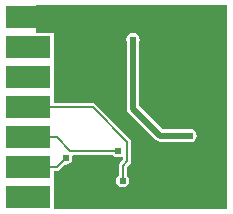
<source format=gbl>
G04 Layer_Physical_Order=2*
G04 Layer_Color=11436288*
%FSLAX25Y25*%
%MOIN*%
G70*
G01*
G75*
%ADD10R,0.15000X0.07600*%
%ADD16C,0.00600*%
%ADD18C,0.02000*%
%ADD21C,0.02400*%
%ADD22C,0.01969*%
G36*
X178929Y421071D02*
X121000D01*
Y429800D01*
X121000D01*
Y430200D01*
X121000D01*
Y433674D01*
X122000D01*
X122507Y433775D01*
X122937Y434063D01*
X124693Y435818D01*
X125000Y435757D01*
X125858Y435928D01*
X126586Y436414D01*
X127072Y437142D01*
X127243Y438000D01*
X127109Y438674D01*
X127417Y439175D01*
X140740D01*
X140914Y438914D01*
X141642Y438428D01*
X142500Y438257D01*
X143358Y438428D01*
X143675Y438639D01*
X144175Y438372D01*
Y437549D01*
X143063Y436437D01*
X142775Y436007D01*
X142675Y435500D01*
Y432260D01*
X142414Y432086D01*
X141928Y431358D01*
X141757Y430500D01*
X141928Y429642D01*
X142414Y428914D01*
X143142Y428428D01*
X144000Y428257D01*
X144858Y428428D01*
X145586Y428914D01*
X146072Y429642D01*
X146243Y430500D01*
X146072Y431358D01*
X145586Y432086D01*
X145326Y432260D01*
Y434951D01*
X146437Y436063D01*
X146725Y436493D01*
X146826Y437000D01*
Y443500D01*
X146725Y444007D01*
X146437Y444437D01*
X134937Y455937D01*
X134507Y456225D01*
X134000Y456325D01*
X121000D01*
Y459800D01*
X121000D01*
Y460200D01*
X121000D01*
Y469800D01*
X121000D01*
Y470200D01*
X121000D01*
Y479800D01*
X115000D01*
Y488929D01*
X178929D01*
Y421071D01*
D02*
G37*
%LPC*%
G36*
X147500Y479743D02*
X146642Y479572D01*
X145914Y479086D01*
X145428Y478358D01*
X145257Y477500D01*
X145428Y476642D01*
X145461Y476592D01*
Y454500D01*
X145616Y453720D01*
X146058Y453058D01*
X155058Y444058D01*
X155720Y443616D01*
X156500Y443461D01*
X165592D01*
X165642Y443428D01*
X166500Y443257D01*
X167358Y443428D01*
X168086Y443914D01*
X168572Y444642D01*
X168743Y445500D01*
X168572Y446358D01*
X168086Y447086D01*
X167358Y447572D01*
X166500Y447743D01*
X165642Y447572D01*
X165592Y447539D01*
X157345D01*
X149539Y455345D01*
Y476592D01*
X149572Y476642D01*
X149743Y477500D01*
X149572Y478358D01*
X149086Y479086D01*
X148358Y479572D01*
X147500Y479743D01*
D02*
G37*
%LPD*%
D10*
X112500Y485000D02*
D03*
Y475000D02*
D03*
Y465000D02*
D03*
Y455000D02*
D03*
Y445000D02*
D03*
Y435000D02*
D03*
Y425000D02*
D03*
D16*
X122000Y435000D02*
X125000Y438000D01*
X112500Y435000D02*
X122000D01*
X112500Y455000D02*
X134000D01*
X145500Y443500D01*
Y437000D02*
Y443500D01*
X144000Y435500D02*
X145500Y437000D01*
X144000Y430500D02*
Y435500D01*
X112500Y445000D02*
X122000D01*
X126500Y440500D01*
X142500D01*
D18*
X147500Y454500D02*
Y477500D01*
Y454500D02*
X156500Y445500D01*
X166500D01*
D21*
X147500Y477500D02*
D03*
X166500Y445500D02*
D03*
X144000Y430500D02*
D03*
X142500Y440500D02*
D03*
X125000Y438000D02*
D03*
X177500Y466500D02*
D03*
X169437Y484000D02*
D03*
Y478500D02*
D03*
X175816Y449000D02*
D03*
D22*
X168374Y460063D02*
D03*
X164437D02*
D03*
X160500D02*
D03*
X168374Y464000D02*
D03*
X164437D02*
D03*
X160500D02*
D03*
X168374Y467937D02*
D03*
X164437D02*
D03*
X160500D02*
D03*
M02*

</source>
